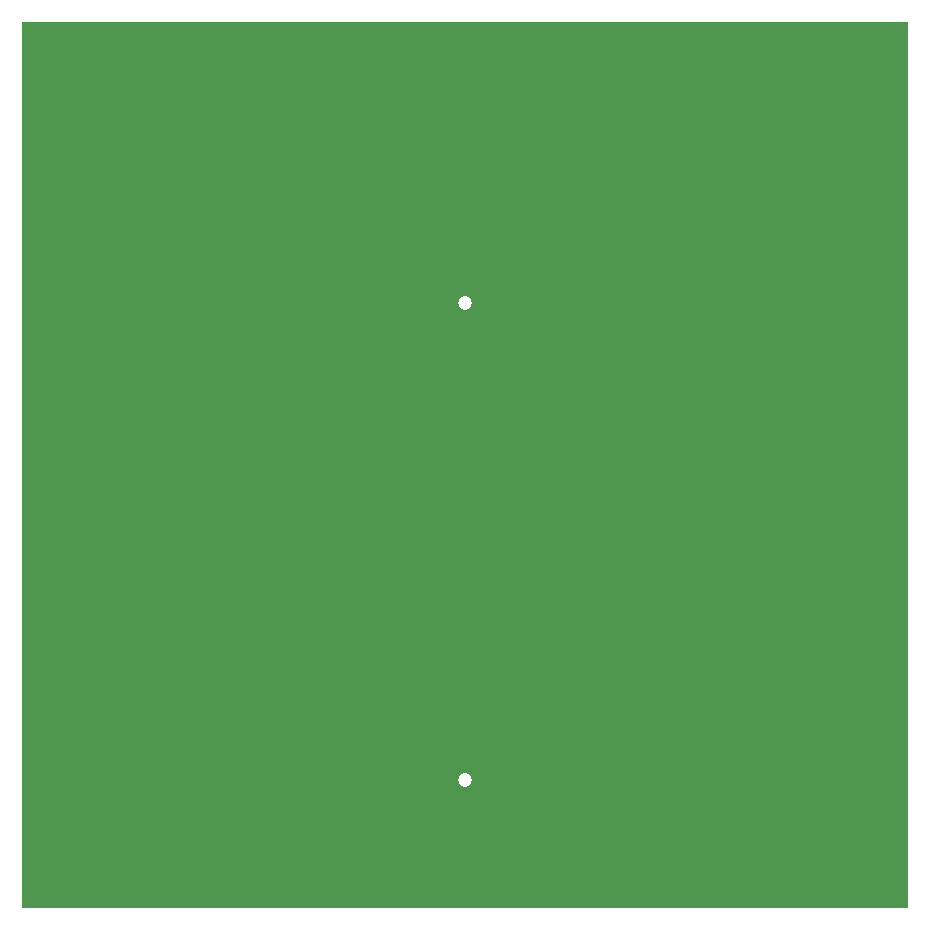
<source format=gbr>
G04 =======================================* 
G04 File Format: RS-274X * 
G04 Date:        April 12 2023 * 
G04 Time:        09:39:26 * 
G04 =======================================* 
G04 Format description *** 
G04 Code:          ASCII * 
G04 Unit:          Millimeter * 
G04 Coordinates:   Absolut * 
G04 Digits:        3.3-format * 
G04 Zeros skipped: Leading zeros omitted * 
G04 =======================================* 
%FSLAX33Y33*%
%MOMM*%
G90*
G71*
%ADD10C,1.2*%
%LPD*%
G36*
G01X-37500Y-37500D02*
G01X37500Y-37500D01*
G01X37500Y37500D01*
G01X-37500Y37500D01*
G37*
%LPC*%
G54D10*
X0Y13700D03*
G54D10*
X0Y-26700D03*
M02* 
G04 End Of Gerber File* 

</source>
